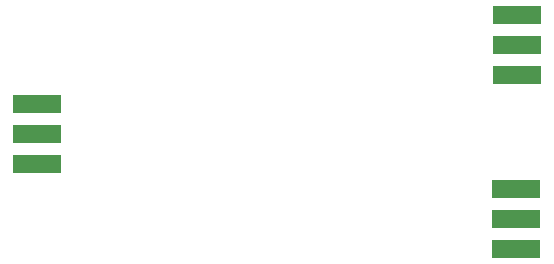
<source format=gtp>
G04 MADE WITH FRITZING*
G04 WWW.FRITZING.ORG*
G04 DOUBLE SIDED*
G04 HOLES PLATED*
G04 CONTOUR ON CENTER OF CONTOUR VECTOR*
%ASAXBY*%
%FSLAX23Y23*%
%MOIN*%
%OFA0B0*%
%SFA1.0B1.0*%
%ADD10R,0.160000X0.060000*%
%LNPASTEMASK1*%
G90*
G70*
G54D10*
X83Y527D03*
X83Y427D03*
X83Y327D03*
X83Y527D03*
X83Y327D03*
X1680Y244D03*
X1680Y144D03*
X1680Y44D03*
X1680Y244D03*
X1680Y44D03*
X1681Y823D03*
X1681Y723D03*
X1681Y623D03*
X1681Y823D03*
X1681Y623D03*
G04 End of PasteMask1*
M02*
</source>
